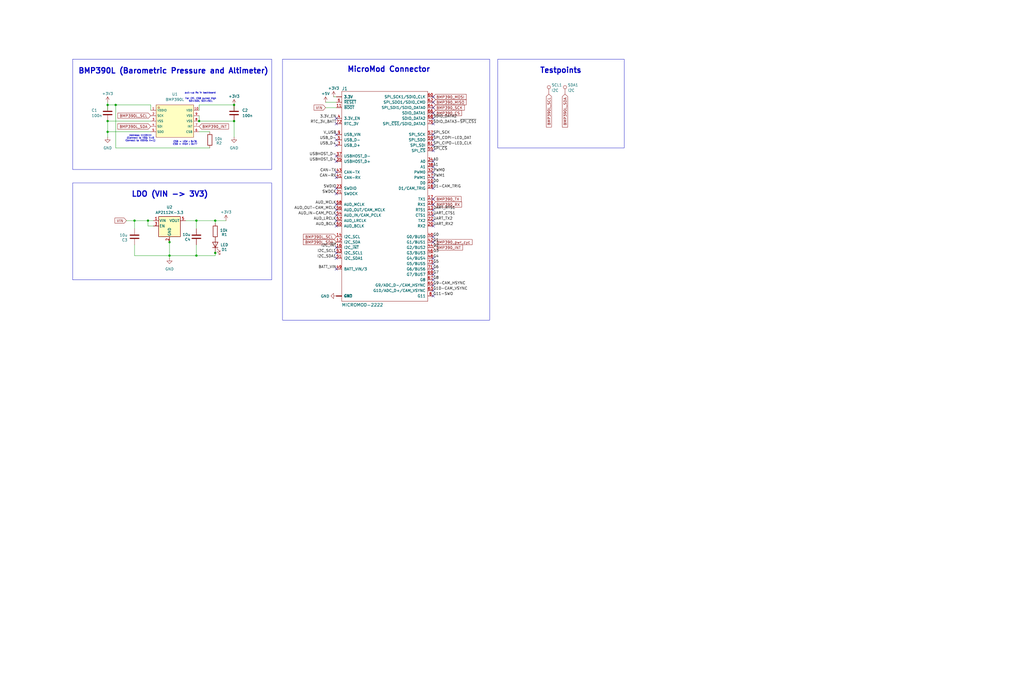
<source format=kicad_sch>
(kicad_sch (version 20250114) (generator "eeschema") (generator_version "9.0")
  (paper "User" 483.387 319.227)
  (lib_symbols
    (symbol "BMP390L_1"
      (property "Reference" "U" (at 0 1.27 0))
      (property "Value" "BMP390L" (at 0 -2.54 0))
      (symbol "BMP390L_1_0_1"
        (rectangle (start -8.89 7.62) (end 8.89 -7.62) (fill (type background)))
        (circle (center -7.62 6.35) (radius 0.381) (fill (type background)))
        (pin unspecified line (at -11.43 5.08 0) (length 2.54) (name "VDDIO") (number "1"))
        (pin unspecified line (at -11.43 2.54 0) (length 2.54) (name "SCK") (number "2"))
        (pin unspecified line (at -11.43 0 0) (length 2.54) (name "VSS") (number "3"))
        (pin unspecified line (at -11.43 -2.54 0) (length 2.54) (name "SDI") (number "4"))
        (pin unspecified line (at -11.43 -5.08 0) (length 2.54) (name "SDO") (number "5"))
        (pin unspecified line (at 11.43 5.08 180) (length 2.54) (name "VDD") (number "10"))
        (pin unspecified line (at 11.43 2.54 180) (length 2.54) (name "VSS") (number "9"))
        (pin unspecified line (at 11.43 0 180) (length 2.54) (name "VSS") (number "8"))
        (pin unspecified line (at 11.43 -2.54 180) (length 2.54) (name "INT") (number "7"))
        (pin unspecified line (at 11.43 -5.08 180) (length 2.54) (name "CSB") (number "6"))
      )
    )
    (symbol "Connector:TestPoint" (pin_numbers (hide yes)) (pin_names (offset 0.762) (hide yes))
      (property "Reference" "TP" (at 0 6.858 0))
      (property "Value" "TestPoint" (at 0 5.08 0))
      (symbol "TestPoint_0_1"
        (circle (center 0 3.302) (radius 0.762))
      )
      (symbol "TestPoint_1_1"
        (pin passive line (at 0 0 90) (length 2.54) (name "1") (number "1"))
      )
    )
    (symbol "Device:C" (pin_numbers (hide yes)) (pin_names (offset 0.254))
      (property "Reference" "C" (at 0.635 2.54 0))
      (property "Value" "C" (at 0.635 -2.54 0))
      (symbol "C_0_1"
        (polyline (pts (xy -2.032 0.762) (xy 2.032 0.762)) (stroke (width 0.508)))
        (polyline (pts (xy -2.032 -0.762) (xy 2.032 -0.762)) (stroke (width 0.508)))
      )
      (symbol "C_1_1"
        (pin passive line (at 0 3.81 270) (length 2.794) (name "~") (number "1"))
        (pin passive line (at 0 -3.81 90) (length 2.794) (name "~") (number "2"))
      )
    )
    (symbol "Device:LED" (pin_numbers (hide yes)) (pin_names (offset 1.016) (hide yes))
      (property "Reference" "D" (at 0 2.54 0))
      (property "Value" "LED" (at 0 -2.54 0))
      (symbol "LED_0_1"
        (polyline (pts (xy -3.048 -0.762) (xy -4.572 -2.286) (xy -3.81 -2.286) (xy -4.572 -2.286) (xy -4.572 -1.524)))
        (polyline (pts (xy -1.778 -0.762) (xy -3.302 -2.286) (xy -2.54 -2.286) (xy -3.302 -2.286) (xy -3.302 -1.524)))
        (polyline (pts (xy -1.27 0) (xy 1.27 0)))
        (polyline (pts (xy -1.27 -1.27) (xy -1.27 1.27)) (stroke (width 0.254)))
        (polyline (pts (xy 1.27 -1.27) (xy 1.27 1.27) (xy -1.27 0) (xy 1.27 -1.27)) (stroke (width 0.254)))
      )
      (symbol "LED_1_1"
        (pin passive line (at -3.81 0 0) (length 2.54) (name "K") (number "1"))
        (pin passive line (at 3.81 0 180) (length 2.54) (name "A") (number "2"))
      )
    )
    (symbol "Device:R" (pin_numbers (hide yes)) (pin_names (offset 0))
      (property "Reference" "R" (at 2.032 0 90))
      (property "Value" "R" (at 0 0 90))
      (symbol "R_0_1"
        (rectangle (start -1.016 -2.54) (end 1.016 2.54) (stroke (width 0.254)))
      )
      (symbol "R_1_1"
        (pin passive line (at 0 3.81 270) (length 1.27) (name "~") (number "1"))
        (pin passive line (at 0 -3.81 90) (length 1.27) (name "~") (number "2"))
      )
    )
    (symbol "MicroMod_Processor_Board_(2):MICROMOD-2222" (pin_names (offset 1.016))
      (property "Reference" "J" (at -20.32 53.848 0))
      (property "Value" "MICROMOD-2222" (at -20.32 -48.26 0))
      (symbol "MICROMOD-2222_1_0"
        (polyline (pts (xy -20.32 53.34) (xy 20.32 53.34)))
        (polyline (pts (xy -20.32 -45.72) (xy -20.32 53.34)))
        (polyline (pts (xy 20.32 53.34) (xy 20.32 -45.72)))
        (polyline (pts (xy 20.32 -45.72) (xy -20.32 -45.72)))
        (pin bidirectional line (at -22.86 50.8 0) (length 2.54) (name "3.3V") (number "2"))
        (pin bidirectional line (at -22.86 50.8 0) (length 2.54) (name "3.3V") (number "74"))
        (pin bidirectional line (at -22.86 48.26 0) (length 2.54) (name "~{RESET}") (number "6"))
        (pin bidirectional line (at -22.86 45.72 0) (length 2.54) (name "~{BOOT}") (number "11"))
        (pin bidirectional line (at -22.86 40.64 0) (length 2.54) (name "3.3V_EN") (number "4"))
        (pin bidirectional line (at -22.86 38.1 0) (length 2.54) (name "RTC_3V") (number "72"))
        (pin bidirectional line (at -22.86 33.02 0) (length 2.54) (name "USB_VIN") (number "9"))
        (pin bidirectional line (at -22.86 30.48 0) (length 2.54) (name "USB_D-") (number "5"))
        (pin bidirectional line (at -22.86 27.94 0) (length 2.54) (name "USB_D+") (number "3"))
        (pin bidirectional line (at -22.86 22.86 0) (length 2.54) (name "USBHOST_D-") (number "37"))
        (pin bidirectional line (at -22.86 20.32 0) (length 2.54) (name "USBHOST_D+") (number "35"))
        (pin bidirectional line (at -22.86 15.24 0) (length 2.54) (name "CAN-TX") (number "43"))
        (pin bidirectional line (at -22.86 12.7 0) (length 2.54) (name "CAN-RX") (number "41"))
        (pin bidirectional line (at -22.86 7.62 0) (length 2.54) (name "SWDIO") (number "23"))
        (pin bidirectional line (at -22.86 5.08 0) (length 2.54) (name "SWDCK") (number "21"))
        (pin bidirectional line (at -22.86 0 0) (length 2.54) (name "AUD_MCLK") (number "58"))
        (pin bidirectional line (at -22.86 -2.54 0) (length 2.54) (name "AUD_OUT/CAM_MCLK") (number "56"))
        (pin bidirectional line (at -22.86 -5.08 0) (length 2.54) (name "AUD_IN/CAM_PCLK") (number "54"))
        (pin bidirectional line (at -22.86 -7.62 0) (length 2.54) (name "AUD_LRCLK") (number "52"))
        (pin bidirectional line (at -22.86 -10.16 0) (length 2.54) (name "AUD_BCLK") (number "50"))
        (pin bidirectional line (at -22.86 -15.24 0) (length 2.54) (name "I2C_SCL") (number "14"))
        (pin bidirectional line (at -22.86 -17.78 0) (length 2.54) (name "I2C_SDA") (number "12"))
        (pin bidirectional line (at -22.86 -20.32 0) (length 2.54) (name "I2C_~{INT}") (number "16"))
        (pin bidirectional line (at -22.86 -22.86 0) (length 2.54) (name "I2C_SCL1") (number "53"))
        (pin bidirectional line (at -22.86 -25.4 0) (length 2.54) (name "I2C_SDA1") (number "51"))
        (pin bidirectional line (at -22.86 -30.48 0) (length 2.54) (name "BATT_VIN/3") (number "49"))
        (pin bidirectional line (at -22.86 -43.18 0) (length 2.54) (name "GND") (number "1"))
        (pin bidirectional line (at -22.86 -43.18 0) (length 2.54) (name "GND") (number "33"))
        (pin bidirectional line (at -22.86 -43.18 0) (length 2.54) (name "GND") (number "36"))
        (pin bidirectional line (at -22.86 -43.18 0) (length 2.54) (name "GND") (number "39"))
        (pin bidirectional line (at -22.86 -43.18 0) (length 2.54) (name "GND") (number "45"))
        (pin bidirectional line (at -22.86 -43.18 0) (length 2.54) (name "GND") (number "7"))
        (pin bidirectional line (at -22.86 -43.18 0) (length 2.54) (name "GND") (number "75"))
        (pin bidirectional line (at -22.86 -43.18 0) (length 2.54) (name "GND") (number "GND1"))
        (pin bidirectional line (at -22.86 -43.18 0) (length 2.54) (name "GND") (number "GND2"))
        (pin bidirectional line (at -22.86 -43.18 0) (length 2.54) (name "GND") (number "GND3"))
        (pin bidirectional line (at 22.86 50.8 180) (length 2.54) (name "SPI_SCK1/SDIO_CLK") (number "60"))
        (pin bidirectional line (at 22.86 48.26 180) (length 2.54) (name "SPI_SDO1/SDIO_CMD") (number "62"))
        (pin bidirectional line (at 22.86 45.72 180) (length 2.54) (name "SPI_SDI1/SDIO_DATA0") (number "64"))
        (pin bidirectional line (at 22.86 43.18 180) (length 2.54) (name "SDIO_DATA1") (number "66"))
        (pin bidirectional line (at 22.86 40.64 180) (length 2.54) (name "SDIO_DATA2") (number "68"))
        (pin bidirectional line (at 22.86 38.1 180) (length 2.54) (name "SPI_~{CS1}/SDIO_DATA3") (number "70"))
        (pin bidirectional line (at 22.86 33.02 180) (length 2.54) (name "SPI_SCK") (number "57"))
        (pin bidirectional line (at 22.86 30.48 180) (length 2.54) (name "SPI_SDO") (number "59"))
        (pin bidirectional line (at 22.86 27.94 180) (length 2.54) (name "SPI_SDI") (number "61"))
        (pin bidirectional line (at 22.86 25.4 180) (length 2.54) (name "SPI_~{CS}") (number "55"))
        (pin bidirectional line (at 22.86 20.32 180) (length 2.54) (name "A0") (number "34"))
        (pin bidirectional line (at 22.86 17.78 180) (length 2.54) (name "A1") (number "38"))
        (pin bidirectional line (at 22.86 15.24 180) (length 2.54) (name "PWM0") (number "32"))
        (pin bidirectional line (at 22.86 12.7 180) (length 2.54) (name "PWM1") (number "47"))
        (pin bidirectional line (at 22.86 10.16 180) (length 2.54) (name "D0") (number "10"))
        (pin bidirectional line (at 22.86 7.62 180) (length 2.54) (name "D1/CAM_TRIG") (number "18"))
        (pin bidirectional line (at 22.86 2.54 180) (length 2.54) (name "TX1") (number "17"))
        (pin bidirectional line (at 22.86 0 180) (length 2.54) (name "RX1") (number "19"))
        (pin bidirectional line (at 22.86 -2.54 180) (length 2.54) (name "RTS1") (number "13"))
        (pin bidirectional line (at 22.86 -5.08 180) (length 2.54) (name "CTS1") (number "15"))
        (pin bidirectional line (at 22.86 -7.62 180) (length 2.54) (name "TX2") (number "22"))
        (pin bidirectional line (at 22.86 -10.16 180) (length 2.54) (name "RX2") (number "20"))
        (pin bidirectional line (at 22.86 -15.24 180) (length 2.54) (name "G0/BUS0") (number "40"))
        (pin bidirectional line (at 22.86 -17.78 180) (length 2.54) (name "G1/BUS1") (number "42"))
        (pin bidirectional line (at 22.86 -20.32 180) (length 2.54) (name "G2/BUS2") (number "44"))
        (pin bidirectional line (at 22.86 -22.86 180) (length 2.54) (name "G3/BUS3") (number "46"))
        (pin bidirectional line (at 22.86 -25.4 180) (length 2.54) (name "G4/BUS4") (number "48"))
        (pin bidirectional line (at 22.86 -27.94 180) (length 2.54) (name "G5/BUS5") (number "73"))
        (pin bidirectional line (at 22.86 -30.48 180) (length 2.54) (name "G6/BUS6") (number "71"))
        (pin bidirectional line (at 22.86 -33.02 180) (length 2.54) (name "G7/BUS7") (number "69"))
        (pin bidirectional line (at 22.86 -35.56 180) (length 2.54) (name "G8") (number "67"))
        (pin bidirectional line (at 22.86 -38.1 180) (length 2.54) (name "G9/ADC_D-/CAM_HSYNC") (number "65"))
        (pin bidirectional line (at 22.86 -40.64 180) (length 2.54) (name "G10/ADC_D+/CAM_VSYNC") (number "63"))
        (pin bidirectional line (at 22.86 -43.18 180) (length 2.54) (name "G11") (number "8"))
      )
    )
    (symbol "Regulator_Linear:AP2112K-3.3" (pin_names (offset 0.254))
      (property "Reference" "U" (at -5.08 5.715 0))
      (property "Value" "AP2112K-3.3" (at 0 5.715 0))
      (symbol "AP2112K-3.3_0_1"
        (rectangle (start -5.08 4.445) (end 5.08 -5.08) (stroke (width 0.254)) (fill (type background)))
      )
      (symbol "AP2112K-3.3_1_1"
        (pin power_in line (at -7.62 2.54 0) (length 2.54) (name "VIN") (number "1"))
        (pin input line (at -7.62 0 0) (length 2.54) (name "EN") (number "3"))
        (pin power_in line (at 0 -7.62 90) (length 2.54) (name "GND") (number "2"))
        (pin no_connect line (at 5.08 0 180) (length 2.54) (hide yes) (name "NC") (number "4"))
        (pin power_out line (at 7.62 2.54 180) (length 2.54) (name "VOUT") (number "5"))
      )
    )
    (symbol "power:+3V3" (power) (pin_numbers (hide yes)) (pin_names (offset 0) (hide yes))
      (property "Value" "+3V3" (at 0 3.556 0))
      (symbol "+3V3_0_1"
        (polyline (pts (xy -0.762 1.27) (xy 0 2.54)))
        (polyline (pts (xy 0 2.54) (xy 0.762 1.27)))
        (polyline (pts (xy 0 0) (xy 0 2.54)))
      )
      (symbol "+3V3_1_1"
        (pin power_in line (at 0 0 90) (length 0) (name "~") (number "1"))
      )
    )
    (symbol "power:GND" (power) (pin_numbers (hide yes)) (pin_names (offset 0) (hide yes))
      (property "Value" "GND" (at 0 -3.81 0))
      (symbol "GND_0_1"
        (polyline (pts (xy 0 0) (xy 0 -1.27) (xy 1.27 -1.27) (xy 0 -2.54) (xy -1.27 -1.27) (xy 0 -1.27)))
      )
      (symbol "GND_1_1"
        (pin power_in line (at 0 0 270) (length 0) (name "~") (number "1"))
      )
    )
  )
  (rectangle (start 34.29 86.36) (end 128.27 132.08))
  (rectangle (start 234.95 27.94) (end 294.64 69.85))
  (rectangle (start 133.35 27.94) (end 231.14 151.13))
  (rectangle (start 34.29 27.94) (end 128.27 80.01))
  (text "For I2C, CSB pulled high\nSDI=SDA, SCK=SCL" (at 94.742 47.244 0) (effects (font (size 0.762 0.762))))
  (text "LDO (VIN -> 3V3)" (at 61.976 93.218 0) (effects (font (size 2.54 2.54) (thickness 0.508) (bold yes)) (justify left bottom)))
  (text "MicroMod Connector" (at 163.83 34.29 0) (effects (font (size 2.54 2.54) (thickness 0.508) (bold yes)) (justify left bottom)))
  (text "BMP390L (Barometric Pressure and Altimeter)" (at 36.83 35.052 0) (effects (font (size 2.54 2.54) (thickness 0.508) (bold yes)) (justify left bottom)))
  (text "pull-up Rs in backboard" (at 94.488 43.942 0) (effects (font (size 0.762 0.762))))
  (text "Testpoints" (at 254.762 34.798 0) (effects (font (size 2.54 2.54) (thickness 0.508) (bold yes)) (justify left bottom)))
  (text "CSB = LOW : 0x76\nCSB = HIGH : 0x77" (at 87.376 67.564 0) (effects (font (size 0.762 0.762))))
  (text "Address: 111011X\n(Connect to VSS: X=0\nConnect to VDDIO: X=1)" (at 66.294 65.278 0) (effects (font (size 0.762 0.762))))
  (junction (at 101.6 104.14))
  (junction (at 92.71 120.65))
  (junction (at 69.85 104.14))
  (junction (at 110.49 57.15))
  (junction (at 110.49 49.53))
  (junction (at 93.98 57.15))
  (junction (at 50.8 57.15))
  (junction (at 50.8 49.53))
  (junction (at 50.8 62.23))
  (junction (at 54.61 49.53))
  (junction (at 92.71 104.14))
  (junction (at 80.01 114.3))
  (junction (at 80.01 120.65))
  (junction (at 101.6 119.38))
  (junction (at 63.5 104.14))
  (no_connect (at 158.75 96.52))
  (no_connect (at 204.47 83.82))
  (no_connect (at 204.47 93.98))
  (no_connect (at 158.75 106.68))
  (no_connect (at 158.75 99.06))
  (no_connect (at 204.47 104.14))
  (no_connect (at 204.47 76.2))
  (no_connect (at 204.47 99.06))
  (no_connect (at 204.47 139.7))
  (no_connect (at 204.47 129.54))
  (no_connect (at 204.47 121.92))
  (no_connect (at 158.75 91.44))
  (no_connect (at 158.75 66.04))
  (no_connect (at 204.47 114.3))
  (no_connect (at 158.75 81.28))
  (no_connect (at 204.47 111.76))
  (no_connect (at 204.47 71.12))
  (no_connect (at 204.47 45.72))
  (no_connect (at 204.47 63.5))
  (no_connect (at 204.47 58.42))
  (no_connect (at 158.75 121.92))
  (no_connect (at 158.75 104.14))
  (no_connect (at 158.75 83.82))
  (no_connect (at 204.47 68.58))
  (no_connect (at 158.75 68.58))
  (no_connect (at 204.47 124.46))
  (no_connect (at 204.47 53.34))
  (no_connect (at 158.75 76.2))
  (no_connect (at 204.47 66.04))
  (no_connect (at 204.47 86.36))
  (no_connect (at 204.47 101.6))
  (no_connect (at 204.47 106.68))
  (no_connect (at 204.47 88.9))
  (no_connect (at 204.47 137.16))
  (no_connect (at 158.75 55.88))
  (no_connect (at 158.75 116.84))
  (no_connect (at 158.75 101.6))
  (no_connect (at 204.47 127))
  (no_connect (at 204.47 81.28))
  (no_connect (at 204.47 48.26))
  (no_connect (at 204.47 132.08))
  (no_connect (at 204.47 50.8))
  (no_connect (at 158.75 127))
  (no_connect (at 158.75 119.38))
  (no_connect (at 158.75 73.66))
  (no_connect (at 204.47 96.52))
  (no_connect (at 204.47 78.74))
  (no_connect (at 158.75 88.9))
  (no_connect (at 204.47 55.88))
  (no_connect (at 158.75 58.42))
  (no_connect (at 204.47 134.62))
  (no_connect (at 158.75 63.5))
  (wire (pts (xy 110.49 57.15) (xy 110.49 64.77)))
  (wire (pts (xy 80.01 114.3) (xy 80.01 120.65)))
  (wire (pts (xy 153.67 50.8) (xy 158.75 50.8)))
  (wire (pts (xy 93.98 62.23) (xy 99.06 62.23)))
  (wire (pts (xy 50.8 57.15) (xy 71.12 57.15)))
  (wire (pts (xy 110.49 49.53) (xy 110.49 52.07)))
  (wire (pts (xy 99.06 69.85) (xy 54.61 69.85)))
  (wire (pts (xy 50.8 62.23) (xy 50.8 64.77)))
  (wire (pts (xy 101.6 119.38) (xy 101.6 120.65)))
  (wire (pts (xy 92.71 120.65) (xy 80.01 120.65)))
  (wire (pts (xy 80.01 121.92) (xy 80.01 120.65)))
  (wire (pts (xy 92.71 104.14) (xy 87.63 104.14)))
  (wire (pts (xy 92.71 107.95) (xy 92.71 104.14)))
  (wire (pts (xy 50.8 49.53) (xy 54.61 49.53)))
  (wire (pts (xy 101.6 120.65) (xy 92.71 120.65)))
  (wire (pts (xy 50.8 49.53) (xy 50.8 52.07)))
  (wire (pts (xy 101.6 104.14) (xy 92.71 104.14)))
  (wire (pts (xy 63.5 107.95) (xy 63.5 104.14)))
  (wire (pts (xy 101.6 105.41) (xy 101.6 104.14)))
  (wire (pts (xy 92.71 115.57) (xy 92.71 120.65)))
  (wire (pts (xy 153.67 48.26) (xy 158.75 48.26)))
  (wire (pts (xy 63.5 104.14) (xy 69.85 104.14)))
  (wire (pts (xy 101.6 104.14) (xy 106.68 104.14)))
  (wire (pts (xy 80.01 113.03) (xy 80.01 114.3)))
  (wire (pts (xy 54.61 69.85) (xy 54.61 49.53)))
  (wire (pts (xy 50.8 57.15) (xy 50.8 62.23)))
  (wire (pts (xy 101.6 118.11) (xy 101.6 119.38)))
  (wire (pts (xy 59.69 104.14) (xy 63.5 104.14)))
  (wire (pts (xy 93.98 49.53) (xy 93.98 52.07)))
  (wire (pts (xy 69.85 106.68) (xy 69.85 104.14)))
  (wire (pts (xy 157.48 45.72) (xy 158.75 45.72)))
  (wire (pts (xy 50.8 62.23) (xy 71.12 62.23)))
  (wire (pts (xy 63.5 120.65) (xy 80.01 120.65)))
  (wire (pts (xy 50.8 48.26) (xy 50.8 49.53)))
  (wire (pts (xy 69.85 104.14) (xy 72.39 104.14)))
  (wire (pts (xy 93.98 57.15) (xy 110.49 57.15)))
  (wire (pts (xy 101.6 111.76) (xy 101.6 113.03)))
  (wire (pts (xy 63.5 115.57) (xy 63.5 120.65)))
  (wire (pts (xy 93.98 54.61) (xy 93.98 57.15)))
  (wire (pts (xy 72.39 106.68) (xy 69.85 106.68)))
  (wire (pts (xy 71.12 49.53) (xy 71.12 52.07)))
  (wire (pts (xy 93.98 49.53) (xy 110.49 49.53)))
  (wire (pts (xy 54.61 49.53) (xy 71.12 49.53)))
  (label "USBHOST_D-" (at 158.75 73.66 180))
  (label "SPI_COPI-LED_DAT" (at 204.47 66.04 0))
  (label "AUD_BCLK" (at 158.75 106.68 180))
  (label "SDIO_DATA2" (at 204.47 55.88 0))
  (label "G5" (at 204.47 124.46 0))
  (label "AUD_OUT-CAM_MCLK" (at 158.75 99.06 180))
  (label "PWM1" (at 204.47 83.82 0))
  (label "D0" (at 204.47 86.36 0))
  (label "A1" (at 204.47 78.74 0))
  (label "UART_CTS1" (at 204.47 101.6 0))
  (label "USBHOST_D+" (at 158.75 76.2 180))
  (label "UART_RX2" (at 204.47 106.68 0))
  (label "I2C_SDA1" (at 158.75 121.92 180))
  (label "G1" (at 204.47 114.3 0))
  (label "G8" (at 204.47 132.08 0))
  (label "SPI_SCK" (at 204.47 63.5 0))
  (label "A0" (at 204.47 76.2 0))
  (label "~{SPI_CS}" (at 204.47 71.12 0))
  (label "SPI_CIPO-LED_CLK" (at 204.47 68.58 0))
  (label "G11-SWO" (at 204.47 139.7 0))
  (label "G9-CAM_HSYNC" (at 204.47 134.62 0))
  (label "AUD_IN-CAM_PCLK" (at 158.75 101.6 180))
  (label "AUD_MCLK" (at 158.75 96.52 180))
  (label "BATT_VIN" (at 158.75 127 180))
  (label "G2" (at 204.47 116.84 0))
  (label "UART_RTS1" (at 204.47 99.06 0))
  (label "SWDIO" (at 158.75 88.9 180))
  (label "SDIO_DATA3-~{SPI_CS1}" (at 204.47 58.42 0))
  (label "USB_D-" (at 158.75 66.04 180))
  (label "G3" (at 204.47 119.38 0))
  (label "G4" (at 204.47 121.92 0))
  (label "CAN-TX" (at 158.75 81.28 180))
  (label "I2C_~{INT}" (at 158.75 116.84 180))
  (label "G7" (at 204.47 129.54 0))
  (label "G6" (at 204.47 127 0))
  (label "AUD_LRCLK" (at 158.75 104.14 180))
  (label "G0" (at 204.47 111.76 0))
  (label "CAN-RX" (at 158.75 83.82 180))
  (label "D1-CAM_TRIG" (at 204.47 88.9 0))
  (label "PWM0" (at 204.47 81.28 0))
  (label "I2C_SCL1" (at 158.75 119.38 180))
  (label "SWDCK" (at 158.75 91.44 180))
  (label "V_USB" (at 158.75 63.5 180))
  (label "UART_TX2" (at 204.47 104.14 0))
  (label "USB_D+" (at 158.75 68.58 180))
  (label "3.3V_EN" (at 158.75 55.88 180))
  (label "RTC_3V_BATT" (at 158.75 58.42 180))
  (label "G10-CAM_VSYNC" (at 204.47 137.16 0))
  (global_label "BMP390L_SDA" (shape input) (at 71.12 59.69 180) (property "Intersheetrefs" "${INTERSHEET_REFS}" (effects (hide yes))))
  (global_label "BMP390L_SCL" (shape input) (at 158.75 111.76 180) (property "Intersheetrefs" "${INTERSHEET_REFS}" (effects (hide yes))))
  (global_label "VIN" (shape input) (at 59.69 104.14 180) (property "Intersheetrefs" "${INTERSHEET_REFS}" (effects (hide yes))))
  (global_label "VIN" (shape input) (at 153.67 50.8 180) (property "Intersheetrefs" "${INTERSHEET_REFS}" (effects (hide yes))))
  (global_label "BMP390_SCK" (shape input) (at 204.47 50.8 0) (property "Intersheetrefs" "${INTERSHEET_REFS}" (effects (hide yes))))
  (global_label "BMP390_TX" (shape input) (at 204.47 93.98 0) (property "Intersheetrefs" "${INTERSHEET_REFS}" (effects (hide yes))))
  (global_label "BMP390L_SCL" (shape input) (at 259.08 44.45 270) (property "Intersheetrefs" "${INTERSHEET_REFS}" (effects (hide yes))))
  (global_label "BMP390_MOSI" (shape input) (at 204.47 45.72 0) (property "Intersheetrefs" "${INTERSHEET_REFS}" (effects (hide yes))))
  (global_label "BMP390_MISO" (shape input) (at 204.47 48.26 0) (property "Intersheetrefs" "${INTERSHEET_REFS}" (effects (hide yes))))
  (global_label "BMP390L_SCL" (shape input) (at 71.12 54.61 180) (property "Intersheetrefs" "${INTERSHEET_REFS}" (effects (hide yes))))
  (global_label "BMP390_pwr_cyc" (shape input) (at 204.47 114.3 0) (property "Intersheetrefs" "${INTERSHEET_REFS}" (effects (hide yes))))
  (global_label "BMP390_INT" (shape input) (at 204.47 116.84 0) (property "Intersheetrefs" "${INTERSHEET_REFS}" (effects (hide yes))))
  (global_label "BMP390L_SDA" (shape input) (at 158.75 114.3 180) (property "Intersheetrefs" "${INTERSHEET_REFS}" (effects (hide yes))))
  (global_label "BMP390L_SDA" (shape input) (at 266.7 44.45 270) (property "Intersheetrefs" "${INTERSHEET_REFS}" (effects (hide yes))))
  (global_label "BMP390_INT" (shape input) (at 93.98 59.69 0) (property "Intersheetrefs" "${INTERSHEET_REFS}" (effects (hide yes))))
  (global_label "BMP390_CS" (shape input) (at 204.47 53.34 0) (property "Intersheetrefs" "${INTERSHEET_REFS}" (effects (hide yes))))
  (global_label "BMP390_RX" (shape input) (at 204.47 96.52 0) (property "Intersheetrefs" "${INTERSHEET_REFS}" (effects (hide yes))))
  (symbol (lib_id "MicroMod_Processor_Board_(2):MICROMOD-2222") (at 181.61 96.52 0) (unit 1)
    (property "Reference" "J1" (at 161.29 42.672 0) (effects (font (size 1.4986 1.4986)) (justify left bottom)))
    (property "Value" "MICROMOD-2222" (at 161.29 144.78 0) (effects (font (size 1.4986 1.4986)) (justify left bottom)))
    (property "Footprint" "SparkFun_MicroMod_ESP32:M.2-CARD-E-22" (effects (hide yes)))
  )
  (symbol (lib_id "power:GND") (at 158.75 139.7 270) (unit 1)
    (property "Reference" "#PWR0101" (effects (hide yes)))
    (property "Value" "GND" (at 155.4988 139.827 90) (effects (justify right)))
  )
  (symbol (lib_id "Device:C") (at 92.71 111.76 0) (unit 1)
    (property "Reference" "C4" (at 89.916 113.03 0) (effects (justify right)))
    (property "Value" "10u" (at 89.916 110.744 0) (effects (justify right)))
    (property "Footprint" "Capacitor_SMD:C_1206_3216Metric" (effects (hide yes)))
    (property "Description" "Unpolarized capacitor" (effects (hide yes)))
  )
  (symbol (lib_id "Device:R") (at 101.6 109.22 0) (unit 1)
    (property "Reference" "R1" (at 105.918 110.744 0))
    (property "Value" "10k" (at 105.664 108.712 0))
    (property "Footprint" "Resistor_SMD:R_0603_1608Metric" (effects (hide yes)))
    (property "Description" "Resistor" (effects (hide yes)))
  )
  (symbol (lib_id "power:+3V3") (at 106.68 104.14 0) (mirror y) (unit 1)
    (property "Reference" "#PWR047" (effects (hide yes)))
    (property "Value" "+3V3" (at 106.68 100.076 0))
    (property "Description" "Power symbol creates a global label with name \"+3V3\"" (effects (hide yes)))
  )
  (symbol (lib_id "power:GND") (at 110.49 64.77 0) (unit 1)
    (property "Reference" "#PWR02" (effects (hide yes)))
    (property "Value" "GND" (at 110.49 69.85 0))
    (property "Description" "Power symbol creates a global label with name \"GND\" , ground" (effects (hide yes)))
  )
  (symbol (lib_id "Connector:TestPoint") (at 259.08 44.45 0) (unit 1)
    (property "Reference" "SCL1" (at 260.35 40.132 0) (effects (justify left)))
    (property "Value" "I2C" (at 260.35 42.672 0) (effects (justify left)))
    (property "Footprint" "TestPoint:TestPoint_Pad_D1.0mm" (effects (hide yes)))
    (property "Description" "test point" (effects (hide yes)))
  )
  (symbol (lib_id "power:GND") (at 80.01 121.92 0) (unit 1)
    (property "Reference" "#PWR04" (effects (hide yes)))
    (property "Value" "GND" (at 80.01 127 0))
    (property "Description" "Power symbol creates a global label with name \"GND\" , ground" (effects (hide yes)))
  )
  (symbol (lib_id "power:+3V3") (at 153.67 48.26 0) (mirror y) (unit 1)
    (property "Reference" "#PWR061" (effects (hide yes)))
    (property "Value" "+5V" (at 153.67 44.196 0))
    (property "Description" "Power symbol creates a global label with name \"+3V3\"" (effects (hide yes)))
  )
  (symbol (lib_name "BMP390L_1") (lib_id "BMP390L:BMP390L") (at 82.55 57.15 0) (unit 1)
    (property "Reference" "U1" (at 82.55 44.45 0))
    (property "Value" "BMP390L" (at 82.55 46.99 0))
    (property "Footprint" "BMP390L:LGA-10_L2.0-W2.0-P0.50-TL_BMP390L" (effects (hide yes)))
    (property "Datasheet" "https://atta.szlcsc.com/upload/public/pdf/source/20221222/1C81EE3357D96DEF74970C4DA2251172.pdf" (effects (hide yes)))
    (property "LCSC" "C2684802" (effects (hide yes)))
  )
  (symbol (lib_id "Device:C") (at 110.49 53.34 0) (unit 1)
    (property "Reference" "C2" (at 114.3 52.0699 0) (effects (justify left)))
    (property "Value" "100n" (at 114.3 54.6099 0) (effects (justify left)))
    (property "Footprint" "Capacitor_SMD:C_0402_1005Metric" (effects (hide yes)))
    (property "Description" "Unpolarized capacitor" (effects (hide yes)))
  )
  (symbol (lib_id "Connector:TestPoint") (at 266.7 44.45 0) (unit 1)
    (property "Reference" "SDA1" (at 267.97 40.132 0) (effects (justify left)))
    (property "Value" "I2C" (at 267.97 42.672 0) (effects (justify left)))
    (property "Footprint" "TestPoint:TestPoint_Pad_D1.0mm" (effects (hide yes)))
    (property "Description" "test point" (effects (hide yes)))
  )
  (symbol (lib_id "power:GND") (at 50.8 64.77 0) (unit 1)
    (property "Reference" "#PWR01" (effects (hide yes)))
    (property "Value" "GND" (at 50.8 69.85 0))
    (property "Description" "Power symbol creates a global label with name \"GND\" , ground" (effects (hide yes)))
  )
  (symbol (lib_id "Regulator_Linear:AP2112K-3.3") (at 80.01 106.68 0) (unit 1)
    (property "Reference" "U2" (at 80.01 97.79 0))
    (property "Value" "AP2112K-3.3" (at 80.01 100.33 0))
    (property "Footprint" "Package_TO_SOT_SMD:SOT-23-5" (effects (hide yes)))
    (property "Datasheet" "https://www.diodes.com/assets/Datasheets/AP2112.pdf" (effects (hide yes)))
    (property "Description" "600mA low dropout linear regulator, with enable pin, 3.8V-6V input voltage range, 3.3V fixed positive output, SOT-23-5" (effects (hide yes)))
  )
  (symbol (lib_id "Device:C") (at 50.8 53.34 0) (unit 1)
    (property "Reference" "C1" (at 43.18 52.07 0) (effects (justify left)))
    (property "Value" "100n" (at 43.18 54.61 0) (effects (justify left)))
    (property "Footprint" "Capacitor_SMD:C_0402_1005Metric" (effects (hide yes)))
    (property "Description" "Unpolarized capacitor" (effects (hide yes)))
  )
  (symbol (lib_id "Device:LED") (at 101.6 115.57 90) (unit 1)
    (property "Reference" "D1" (at 105.918 117.7925 90))
    (property "Value" "LED" (at 105.918 115.57 90))
    (property "Footprint" "LED_SMD:LED_0603_1608Metric" (effects (hide yes)))
    (property "Description" "Light emitting diode" (effects (hide yes)))
    (property "Sim.Pins" "1=K 2=A" (effects (hide yes)))
  )
  (symbol (lib_id "power:+3V3") (at 50.8 48.26 0) (mirror y) (unit 1)
    (property "Reference" "#PWR048" (effects (hide yes)))
    (property "Value" "+3V3" (at 50.8 44.196 0))
    (property "Description" "Power symbol creates a global label with name \"+3V3\"" (effects (hide yes)))
  )
  (symbol (lib_id "Device:C") (at 63.5 111.76 0) (unit 1)
    (property "Reference" "C3" (at 60.198 113.284 0) (effects (justify right)))
    (property "Value" "10u" (at 60.198 110.998 0) (effects (justify right)))
    (property "Footprint" "Capacitor_SMD:C_1206_3216Metric" (effects (hide yes)))
    (property "Description" "Unpolarized capacitor" (effects (hide yes)))
  )
  (symbol (lib_id "power:+3V3") (at 110.49 49.53 0) (mirror y) (unit 1)
    (property "Reference" "#PWR049" (effects (hide yes)))
    (property "Value" "+3V3" (at 110.49 45.466 0))
    (property "Description" "Power symbol creates a global label with name \"+3V3\"" (effects (hide yes)))
  )
  (symbol (lib_id "Device:R") (at 99.06 66.04 0) (unit 1)
    (property "Reference" "R2" (at 103.378 67.564 0))
    (property "Value" "10k" (at 103.124 65.532 0))
    (property "Footprint" "Resistor_SMD:R_0402_1005Metric" (effects (hide yes)))
    (property "Description" "Resistor" (effects (hide yes)))
  )
  (symbol (lib_id "power:+3V3") (at 157.48 45.72 0) (mirror y) (unit 1)
    (property "Reference" "#PWR046" (effects (hide yes)))
    (property "Value" "+3V3" (at 157.48 41.656 0))
    (property "Description" "Power symbol creates a global label with name \"+3V3\"" (effects (hide yes)))
  )
)
</source>
